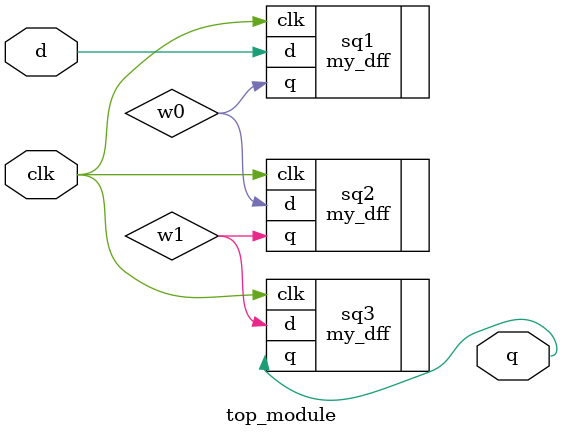
<source format=v>
module top_module ( input clk, input d, output q );
  wire w0,w1;
    my_dff sq1(.clk(clk),.d(d),.q(w0));
    my_dff sq2(.clk(clk),.d(w0),.q(w1));
    my_dff sq3(.clk(clk),.d(w1),.q(q));
               
      		//or
  /*my_dff d1 ( clk, d, a );
	my_dff d2 ( clk, a, b );
	my_dff d3 ( clk, b, q );*/
    
endmodule

</source>
